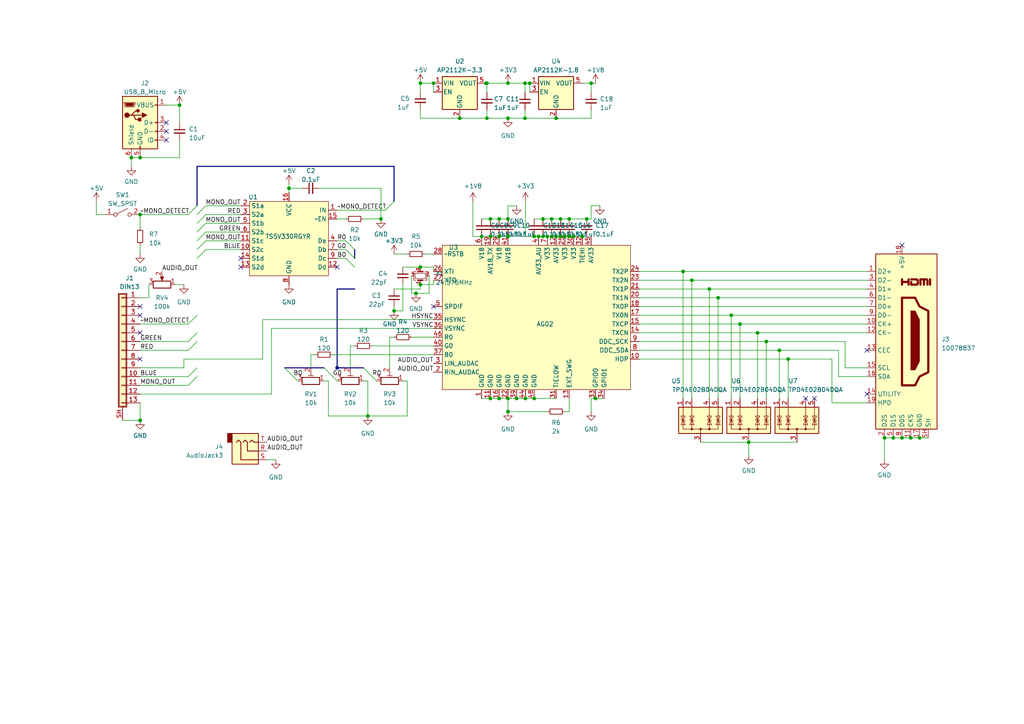
<source format=kicad_sch>
(kicad_sch (version 20210606) (generator eeschema)
  (paper "A4")
  (lib_symbols
    (symbol "Connector:AudioJack3"
      (property "Reference" "J" (at 0 8.89 0))
      (property "Value" "AudioJack3" (at 0 6.35 0))
      (symbol "AudioJack3_1_1"
        (pin passive line (at 5.08 0 180) (length 2.54) (name "~") (number "R"))
        (pin passive line (at 5.08 2.54 180) (length 2.54) (name "~") (number "S"))
        (pin passive line (at 5.08 -2.54 180) (length 2.54) (name "~") (number "T"))
      )
    )
    (symbol "Connector:HDMI_A"
      (property "Reference" "J" (at -6.35 26.67 0))
      (property "Value" "HDMI_A" (at 10.16 26.67 0))
      (symbol "HDMI_A_1_1"
        (pin passive line (at -10.16 20.32 0) (length 2.54) (name "D2+") (number "1"))
        (pin passive line (at -10.16 5.08 0) (length 2.54) (name "CK+") (number "10"))
        (pin power_in line (at 2.54 -27.94 90) (length 2.54) (name "CKS") (number "11"))
        (pin passive line (at -10.16 2.54 0) (length 2.54) (name "CK-") (number "12"))
        (pin bidirectional line (at -10.16 -2.54 0) (length 2.54) (name "CEC") (number "13"))
        (pin passive line (at -10.16 -15.24 0) (length 2.54) (name "UTILITY") (number "14"))
        (pin passive line (at -10.16 -7.62 0) (length 2.54) (name "SCL") (number "15"))
        (pin bidirectional line (at -10.16 -10.16 0) (length 2.54) (name "SDA") (number "16"))
        (pin power_in line (at 5.08 -27.94 90) (length 2.54) (name "GND") (number "17"))
        (pin power_in line (at 0 27.94 270) (length 2.54) (name "+5V") (number "18"))
        (pin passive line (at -10.16 -17.78 0) (length 2.54) (name "HPD") (number "19"))
        (pin power_in line (at -5.08 -27.94 90) (length 2.54) (name "D2S") (number "2"))
        (pin passive line (at -10.16 17.78 0) (length 2.54) (name "D2-") (number "3"))
        (pin passive line (at -10.16 15.24 0) (length 2.54) (name "D1+") (number "4"))
        (pin power_in line (at -2.54 -27.94 90) (length 2.54) (name "D1S") (number "5"))
        (pin passive line (at -10.16 12.7 0) (length 2.54) (name "D1-") (number "6"))
        (pin passive line (at -10.16 10.16 0) (length 2.54) (name "D0+") (number "7"))
        (pin power_in line (at 0 -27.94 90) (length 2.54) (name "D0S") (number "8"))
        (pin passive line (at -10.16 7.62 0) (length 2.54) (name "D0-") (number "9"))
        (pin passive line (at 7.62 -27.94 90) (length 2.54) (name "SH") (number "SH"))
      )
    )
    (symbol "Connector:USB_B_Micro" (pin_names (offset 1.016))
      (property "Reference" "J" (at -5.08 11.43 0))
      (property "Value" "USB_B_Micro" (at -5.08 8.89 0))
      (symbol "USB_B_Micro_1_1"
        (pin power_out line (at 7.62 5.08 180) (length 2.54) (name "VBUS") (number "1"))
        (pin bidirectional line (at 7.62 -2.54 180) (length 2.54) (name "D-") (number "2"))
        (pin bidirectional line (at 7.62 0 180) (length 2.54) (name "D+") (number "3"))
        (pin passive line (at 7.62 -5.08 180) (length 2.54) (name "ID") (number "4"))
        (pin power_out line (at 0 -10.16 90) (length 2.54) (name "GND") (number "5"))
        (pin passive line (at -2.54 -10.16 90) (length 2.54) (name "Shield") (number "6"))
      )
    )
    (symbol "Connector_Generic_Shielded:Conn_01x13_Shielded" (pin_names (offset 1.016) hide)
      (property "Reference" "J" (at 0.254 17.526 0))
      (property "Value" "Conn_01x13_Shielded" (at 1.016 -17.526 0))
      (symbol "Conn_01x13_Shielded_1_1"
        (pin passive line (at -5.08 15.24 0) (length 4.064) (name "Pin_1") (number "1"))
        (pin passive line (at -5.08 -7.62 0) (length 4.064) (name "Pin_10") (number "10"))
        (pin passive line (at -5.08 -10.16 0) (length 4.064) (name "Pin_11") (number "11"))
        (pin passive line (at -5.08 -12.7 0) (length 4.064) (name "Pin_12") (number "12"))
        (pin passive line (at -5.08 -15.24 0) (length 4.064) (name "Pin_13") (number "13"))
        (pin passive line (at -5.08 12.7 0) (length 4.064) (name "Pin_2") (number "2"))
        (pin passive line (at -5.08 10.16 0) (length 4.064) (name "Pin_3") (number "3"))
        (pin passive line (at -5.08 7.62 0) (length 4.064) (name "Pin_4") (number "4"))
        (pin passive line (at -5.08 5.08 0) (length 4.064) (name "Pin_5") (number "5"))
        (pin passive line (at -5.08 2.54 0) (length 4.064) (name "Pin_6") (number "6"))
        (pin passive line (at -5.08 0 0) (length 4.064) (name "Pin_7") (number "7"))
        (pin passive line (at -5.08 -2.54 0) (length 4.064) (name "Pin_8") (number "8"))
        (pin passive line (at -5.08 -5.08 0) (length 4.064) (name "Pin_9") (number "9"))
        (pin passive line (at 0 -20.32 90) (length 3.81) (name "Shield") (number "SH"))
      )
    )
    (symbol "Device:C_Small" (pin_numbers hide) (pin_names (offset 0.254) hide)
      (property "Reference" "C" (at 0.254 1.778 0))
      (property "Value" "C_Small" (at 0.254 -2.032 0))
      (symbol "C_Small_1_1"
        (pin passive line (at 0 2.54 270) (length 2.032) (name "~") (number "1"))
        (pin passive line (at 0 -2.54 90) (length 2.032) (name "~") (number "2"))
      )
    )
    (symbol "Device:Crystal_GND24_Small" (pin_names (offset 1.016) hide)
      (property "Reference" "Y" (at 1.27 4.445 0))
      (property "Value" "Crystal_GND24_Small" (at 1.27 2.54 0))
      (symbol "Crystal_GND24_Small_1_1"
        (pin passive line (at -2.54 0 0) (length 1.27) (name "1") (number "1"))
        (pin passive line (at 0 -2.54 90) (length 0.635) (name "2") (number "2"))
        (pin passive line (at 2.54 0 180) (length 1.27) (name "3") (number "3"))
        (pin passive line (at 0 2.54 270) (length 0.635) (name "4") (number "4"))
      )
    )
    (symbol "Device:R_Potentiometer" (pin_names (offset 1.016) hide)
      (property "Reference" "RV" (at -4.445 0 90))
      (property "Value" "R_Potentiometer" (at -2.54 0 90))
      (symbol "R_Potentiometer_1_1"
        (pin passive line (at 0 3.81 270) (length 1.27) (name "1") (number "1"))
        (pin passive line (at 3.81 0 180) (length 1.27) (name "2") (number "2"))
        (pin passive line (at 0 -3.81 90) (length 1.27) (name "3") (number "3"))
      )
    )
    (symbol "Device:R_Potentiometer_Trim" (pin_names (offset 1.016) hide)
      (property "Reference" "RV" (at -4.445 0 90))
      (property "Value" "R_Potentiometer_Trim" (at -2.54 0 90))
      (symbol "R_Potentiometer_Trim_1_1"
        (pin passive line (at 0 3.81 270) (length 1.27) (name "1") (number "1"))
        (pin passive line (at 3.81 0 180) (length 1.27) (name "2") (number "2"))
        (pin passive line (at 0 -3.81 90) (length 1.27) (name "3") (number "3"))
      )
    )
    (symbol "Device:R_Small" (pin_numbers hide) (pin_names (offset 0.254) hide)
      (property "Reference" "R" (at 0.762 0.508 0))
      (property "Value" "R_Small" (at 0.762 -1.016 0))
      (symbol "R_Small_1_1"
        (pin passive line (at 0 2.54 270) (length 0.762) (name "~") (number "1"))
        (pin passive line (at 0 -2.54 90) (length 0.762) (name "~") (number "2"))
      )
    )
    (symbol "Power_Protection:TPD4E02B04DQA" (pin_names hide)
      (property "Reference" "U" (at 7.62 3.81 0))
      (property "Value" "TPD4E02B04DQA" (at 7.62 1.905 0))
      (symbol "TPD4E02B04DQA_0_0"
        (pin passive line (at 0 -5.08 90) (length 2.54) (name "G") (number "3"))
      )
      (symbol "TPD4E02B04DQA_1_1"
        (pin passive line (at -5.08 7.62 270) (length 2.54) (name "IO1") (number "1"))
        (pin no_connect line (at -5.08 -2.54 90) (length 2.54) hide (name "NC") (number "10"))
        (pin passive line (at -2.54 7.62 270) (length 2.54) (name "IO2") (number "2"))
        (pin passive line (at 2.54 7.62 270) (length 2.54) (name "IO3") (number "4"))
        (pin passive line (at 5.08 7.62 270) (length 2.54) (name "IO4") (number "5"))
        (pin no_connect line (at 5.08 -2.54 90) (length 2.54) hide (name "NC") (number "6"))
        (pin no_connect line (at 2.54 -2.54 90) (length 2.54) hide (name "NC") (number "7"))
        (pin passive line (at 0 -5.08 90) (length 2.54) hide (name "G") (number "8"))
        (pin no_connect line (at -2.54 -2.54 90) (length 2.54) hide (name "NC") (number "9"))
      )
    )
    (symbol "Regulator_Linear:AP2112K-1.8" (pin_names (offset 0.254))
      (property "Reference" "U" (at -5.08 5.715 0))
      (property "Value" "AP2112K-1.8" (at 0 5.715 0))
      (symbol "AP2112K-1.8_1_1"
        (pin power_in line (at -7.62 2.54 0) (length 2.54) (name "VIN") (number "1"))
        (pin power_in line (at 0 -7.62 90) (length 2.54) (name "GND") (number "2"))
        (pin input line (at -7.62 0 0) (length 2.54) (name "EN") (number "3"))
        (pin no_connect line (at 5.08 0 180) (length 2.54) hide (name "NC") (number "4"))
        (pin power_out line (at 7.62 2.54 180) (length 2.54) (name "VOUT") (number "5"))
      )
    )
    (symbol "Regulator_Linear:AP2112K-3.3" (pin_names (offset 0.254))
      (property "Reference" "U" (at -5.08 5.715 0))
      (property "Value" "AP2112K-3.3" (at 0 5.715 0))
      (symbol "AP2112K-3.3_1_1"
        (pin power_in line (at -7.62 2.54 0) (length 2.54) (name "VIN") (number "1"))
        (pin power_in line (at 0 -7.62 90) (length 2.54) (name "GND") (number "2"))
        (pin input line (at -7.62 0 0) (length 2.54) (name "EN") (number "3"))
        (pin no_connect line (at 5.08 0 180) (length 2.54) hide (name "NC") (number "4"))
        (pin power_out line (at 7.62 2.54 180) (length 2.54) (name "VOUT") (number "5"))
      )
    )
    (symbol "Switch:SW_SPST" (pin_names (offset 0) hide)
      (property "Reference" "SW" (at 0 3.175 0))
      (property "Value" "SW_SPST" (at 0 -2.54 0))
      (symbol "SW_SPST_1_1"
        (pin passive line (at -5.08 0 0) (length 2.54) (name "A") (number "1"))
        (pin passive line (at 5.08 0 180) (length 2.54) (name "B") (number "2"))
      )
    )
    (symbol "parts:AG02"
      (property "Reference" "U" (at -29.845 -22.86 0))
      (property "Value" "AG02" (at -1.905 2.54 0))
      (symbol "AG02_1_1"
        (pin power_in line (at -17.78 -21.59 90) (length 2.54) (name "GND") (number "1"))
        (pin input line (at 27.94 -10.16 180) (length 2.54) (name "HDP") (number "10"))
        (pin power_in line (at -15.24 -21.59 90) (length 2.54) (name "GND") (number "11"))
        (pin power_in line (at 3.81 25.4 270) (length 2.54) (name "AV33") (number "12"))
        (pin bidirectional line (at 7.62 -21.59 90) (length 2.54) (name "EXT_SWG") (number "13"))
        (pin output line (at 27.94 -2.54 180) (length 2.54) (name "TXCN") (number "14"))
        (pin output line (at 27.94 0 180) (length 2.54) (name "TXCP") (number "15"))
        (pin power_in line (at -12.7 -21.59 90) (length 2.54) (name "GND") (number "16"))
        (pin output line (at 27.94 2.54 180) (length 2.54) (name "TX0N") (number "17"))
        (pin output line (at 27.94 5.08 180) (length 2.54) (name "TX0P") (number "18"))
        (pin power_in line (at -15.24 25.4 270) (length 2.54) (name "AV18_TX") (number "19"))
        (pin input line (at -31.75 -13.97 0) (length 2.54) (name "RIN_AUDAC") (number "2"))
        (pin output line (at 27.94 7.62 180) (length 2.54) (name "TX1N") (number "20"))
        (pin output line (at 27.94 10.16 180) (length 2.54) (name "TX1P") (number "21"))
        (pin power_in line (at -10.16 -21.59 90) (length 2.54) (name "GND") (number "22"))
        (pin output line (at 27.94 12.7 180) (length 2.54) (name "TX2N") (number "23"))
        (pin output line (at 27.94 15.24 180) (length 2.54) (name "TX2P") (number "24"))
        (pin power_in line (at 6.35 25.4 270) (length 2.54) (name "V33") (number "25"))
        (pin output line (at -31.75 15.24 0) (length 2.54) (name "XTI") (number "26"))
        (pin output line (at -31.75 12.7 0) (length 2.54) (name "XTO") (number "27"))
        (pin input line (at -31.75 20.32 0) (length 2.54) (name "~RSTB") (number "28"))
        (pin power_in line (at -12.7 25.4 270) (length 2.54) (name "V18") (number "29"))
        (pin input line (at -31.75 -11.43 0) (length 2.54) (name "LIN_AUDAC") (number "3"))
        (pin power_in line (at 8.89 25.4 270) (length 2.54) (name "V33") (number "30"))
        (pin input line (at 3.81 -21.59 90) (length 2.54) (name "TIELOW") (number "31"))
        (pin input line (at 11.43 25.4 270) (length 2.54) (name "TIEHI") (number "32"))
        (pin input line (at 15.24 -21.59 90) (length 2.54) (name "GPIO0") (number "33"))
        (pin input line (at 17.78 -21.59 90) (length 2.54) (name "GPIO1") (number "34"))
        (pin input line (at -31.75 1.27 0) (length 2.54) (name "HSYNC") (number "35"))
        (pin input line (at -31.75 -1.27 0) (length 2.54) (name "VSYNC") (number "36"))
        (pin input line (at -31.75 -8.89 0) (length 2.54) (name "B0") (number "37"))
        (pin no_connect line (at -27.94 -21.59 90) (length 2.54) hide (name "NC") (number "38"))
        (pin power_in line (at -7.62 -21.59 90) (length 2.54) (name "GND") (number "39"))
        (pin power_in line (at -1.27 25.4 270) (length 2.54) (name "AV33_AU") (number "4"))
        (pin input line (at -31.75 -6.35 0) (length 2.54) (name "G0") (number "40"))
        (pin power_in line (at -10.16 25.4 270) (length 2.54) (name "AV18") (number "41"))
        (pin no_connect line (at -25.4 -21.59 90) (length 2.54) hide (name "NC") (number "42"))
        (pin no_connect line (at -22.86 -21.59 90) (length 2.54) hide (name "NC") (number "43"))
        (pin power_in line (at -5.08 -21.59 90) (length 2.54) (name "GND") (number "44"))
        (pin power_in line (at 13.97 25.4 270) (length 2.54) (name "AV33") (number "45"))
        (pin input line (at -31.75 -3.81 0) (length 2.54) (name "R0") (number "46"))
        (pin no_connect line (at -20.32 -21.59 90) (length 2.54) hide (name "NC") (number "47"))
        (pin power_in line (at -2.54 -21.59 90) (length 2.54) (name "GND") (number "48"))
        (pin input line (at -31.75 5.08 0) (length 2.54) (name "SPDIF") (number "5"))
        (pin power_in line (at -17.78 25.4 270) (length 2.54) (name "V18") (number "6"))
        (pin power_in line (at 1.27 25.4 270) (length 2.54) (name "V33") (number "7"))
        (pin bidirectional line (at 27.94 -7.62 180) (length 2.54) (name "DDC_SDA") (number "8"))
        (pin bidirectional line (at 27.94 -5.08 180) (length 2.54) (name "DDC_SCK") (number "9"))
      )
    )
    (symbol "parts:TS5V330C"
      (property "Reference" "U" (at -10.16 11.43 0))
      (property "Value" "TS5V330C" (at 0 0 0))
      (symbol "TS5V330C_1_1"
        (pin input line (at -13.97 7.62 0) (length 2.54) (name "IN") (number "1"))
        (pin input line (at 13.97 -3.81 180) (length 2.54) (name "S2c") (number "10"))
        (pin input line (at 13.97 -1.27 180) (length 2.54) (name "S1c") (number "11"))
        (pin input line (at -13.97 -8.89 0) (length 2.54) (name "Dd") (number "12"))
        (pin input line (at 13.97 -8.89 180) (length 2.54) (name "S2d") (number "13"))
        (pin input line (at 13.97 -6.35 180) (length 2.54) (name "S1d") (number "14"))
        (pin input line (at -13.97 5.08 0) (length 2.54) (name "~EN") (number "15"))
        (pin power_in line (at 0 12.7 270) (length 2.54) (name "VCC") (number "16"))
        (pin input line (at 13.97 8.89 180) (length 2.54) (name "S1a") (number "2"))
        (pin input line (at 13.97 6.35 180) (length 2.54) (name "S2a") (number "3"))
        (pin input line (at -13.97 -1.27 0) (length 2.54) (name "Da") (number "4"))
        (pin input line (at 13.97 3.81 180) (length 2.54) (name "S1b") (number "5"))
        (pin input line (at 13.97 1.27 180) (length 2.54) (name "S2b") (number "6"))
        (pin input line (at -13.97 -3.81 0) (length 2.54) (name "Db") (number "7"))
        (pin power_in line (at 0 -13.97 90) (length 2.54) (name "GND") (number "8"))
        (pin input line (at -13.97 -6.35 0) (length 2.54) (name "Dc") (number "9"))
      )
    )
    (symbol "power:+1V8" (power) (pin_names (offset 0))
      (property "Value" "+1V8" (at 0 3.556 0))
      (symbol "+1V8_1_1"
        (pin power_in line (at 0 0 90) (length 0) hide (name "+1V8") (number "1"))
      )
    )
    (symbol "power:+3V3" (power) (pin_names (offset 0))
      (property "Value" "+3V3" (at 0 3.556 0))
      (symbol "+3V3_1_1"
        (pin power_in line (at 0 0 90) (length 0) hide (name "+3V3") (number "1"))
      )
    )
    (symbol "power:+5V" (power) (pin_names (offset 0))
      (property "Value" "+5V" (at 0 3.556 0))
      (symbol "+5V_1_1"
        (pin power_in line (at 0 0 90) (length 0) hide (name "+5V") (number "1"))
      )
    )
    (symbol "power:GND" (power) (pin_names (offset 0))
      (property "Value" "GND" (at 0 -3.81 0))
      (symbol "GND_1_1"
        (pin power_in line (at 0 0 270) (length 0) hide (name "GND") (number "1"))
      )
    )
  )
  (junction (at 38.1 45.72) (diameter 0.9144))
  (junction (at 40.64 45.72) (diameter 0.9144))
  (junction (at 40.64 62.23) (diameter 0.9144))
  (junction (at 40.64 121.92) (diameter 0.9144))
  (junction (at 52.07 30.48) (diameter 0.9144))
  (junction (at 83.82 54.61) (diameter 0.9144))
  (junction (at 106.68 120.65) (diameter 0.9144))
  (junction (at 110.49 63.5) (diameter 0.9144))
  (junction (at 114.3 90.17) (diameter 0.9144))
  (junction (at 120.65 85.09) (diameter 0.9144))
  (junction (at 121.92 24.13) (diameter 0.9144))
  (junction (at 121.92 77.47) (diameter 0.9144))
  (junction (at 121.92 82.55) (diameter 0.9144))
  (junction (at 125.73 24.13) (diameter 0.9144))
  (junction (at 133.35 34.29) (diameter 0.9144))
  (junction (at 139.7 68.58) (diameter 0.9144))
  (junction (at 140.97 24.13) (diameter 0.9144))
  (junction (at 141.224 24.13) (diameter 0.9144))
  (junction (at 141.224 34.29) (diameter 0.9144))
  (junction (at 142.24 63.5) (diameter 0.9144))
  (junction (at 142.24 68.58) (diameter 0.9144))
  (junction (at 142.24 115.57) (diameter 0.9144))
  (junction (at 144.78 63.5) (diameter 0.9144))
  (junction (at 144.78 68.58) (diameter 0.9144))
  (junction (at 144.78 115.57) (diameter 0.9144))
  (junction (at 147.32 24.13) (diameter 0.9144))
  (junction (at 147.32 34.29) (diameter 0.9144))
  (junction (at 147.32 63.5) (diameter 0.9144))
  (junction (at 147.32 68.58) (diameter 0.9144))
  (junction (at 147.32 115.57) (diameter 0.9144))
  (junction (at 147.32 119.38) (diameter 0.9144))
  (junction (at 149.86 115.57) (diameter 0.9144))
  (junction (at 152.273 24.13) (diameter 0.9144))
  (junction (at 152.273 34.29) (diameter 0.9144))
  (junction (at 152.4 115.57) (diameter 0.9144))
  (junction (at 153.67 24.13) (diameter 0.9144))
  (junction (at 154.94 68.58) (diameter 0.9144))
  (junction (at 154.94 115.57) (diameter 0.9144))
  (junction (at 156.21 68.58) (diameter 0.9144))
  (junction (at 157.48 63.5) (diameter 0.9144))
  (junction (at 157.48 68.58) (diameter 0.9144))
  (junction (at 158.75 68.58) (diameter 0.9144))
  (junction (at 160.02 63.5) (diameter 0.9144))
  (junction (at 160.02 68.58) (diameter 0.9144))
  (junction (at 161.29 34.29) (diameter 0.9144))
  (junction (at 161.29 68.58) (diameter 0.9144))
  (junction (at 162.56 63.5) (diameter 0.9144))
  (junction (at 162.56 68.58) (diameter 0.9144))
  (junction (at 163.83 68.58) (diameter 0.9144))
  (junction (at 165.1 63.5) (diameter 0.9144))
  (junction (at 165.1 68.58) (diameter 0.9144))
  (junction (at 166.37 68.58) (diameter 0.9144))
  (junction (at 168.91 68.58) (diameter 0.9144))
  (junction (at 170.18 63.5) (diameter 0.9144))
  (junction (at 171.45 24.13) (diameter 0.9144))
  (junction (at 172.72 115.57) (diameter 0.9144))
  (junction (at 198.12 78.74) (diameter 0.9144))
  (junction (at 200.66 81.28) (diameter 0.9144))
  (junction (at 205.74 83.82) (diameter 0.9144))
  (junction (at 208.28 86.36) (diameter 0.9144))
  (junction (at 212.09 91.44) (diameter 0.9144))
  (junction (at 214.63 93.98) (diameter 0.9144))
  (junction (at 217.17 128.27) (diameter 0.9144))
  (junction (at 219.71 96.52) (diameter 0.9144))
  (junction (at 222.25 99.06) (diameter 0.9144))
  (junction (at 226.06 101.6) (diameter 0.9144))
  (junction (at 228.6 104.14) (diameter 0.9144))
  (junction (at 256.54 127) (diameter 0.9144))
  (junction (at 259.08 127) (diameter 0.9144))
  (junction (at 261.62 127) (diameter 0.9144))
  (junction (at 264.16 127) (diameter 0.9144))
  (junction (at 266.7 127) (diameter 0.9144))
  (junction (at 97.79 106.68) (diameter 0.9144))
  (no_connect (at 40.64 88.9))
  (no_connect (at 40.64 91.44))
  (no_connect (at 40.64 96.52))
  (no_connect (at 40.64 104.14))
  (no_connect (at 48.26 35.56))
  (no_connect (at 48.26 38.1))
  (no_connect (at 48.26 40.64))
  (no_connect (at 69.85 74.93))
  (no_connect (at 69.85 77.47))
  (no_connect (at 97.79 77.47))
  (no_connect (at 125.73 88.9))
  (no_connect (at 233.68 115.57))
  (no_connect (at 236.22 115.57))
  (no_connect (at 251.46 101.6))
  (no_connect (at 251.46 114.3))
  (no_connect (at 261.62 71.12))
  (bus_entry (at 54.61 62.23) (size 2.54 -2.54) (stroke (width 0.1524)))
  (bus_entry (at 54.61 93.98) (size 2.54 -2.54) (stroke (width 0.1524)))
  (bus_entry (at 54.61 99.06) (size 2.54 -2.54) (stroke (width 0.1524)))
  (bus_entry (at 54.61 101.6) (size 2.54 -2.54) (stroke (width 0.1524)))
  (bus_entry (at 54.61 109.22) (size 2.54 -2.54) (stroke (width 0.1524)))
  (bus_entry (at 54.61 111.76) (size 2.54 -2.54) (stroke (width 0.1524)))
  (bus_entry (at 59.69 59.69) (size -2.54 2.54) (stroke (width 0.1524)))
  (bus_entry (at 59.69 62.23) (size -2.54 2.54) (stroke (width 0.1524)))
  (bus_entry (at 59.69 64.77) (size -2.54 2.54) (stroke (width 0.1524)))
  (bus_entry (at 59.69 67.31) (size -2.54 2.54) (stroke (width 0.1524)))
  (bus_entry (at 59.69 69.85) (size -2.54 2.54) (stroke (width 0.1524)))
  (bus_entry (at 59.69 72.39) (size -2.54 2.54) (stroke (width 0.1524)))
  (bus_entry (at 85.09 109.22) (size -2.54 -2.54) (stroke (width 0.1524)))
  (bus_entry (at 96.52 109.22) (size -2.54 -2.54) (stroke (width 0.1524)))
  (bus_entry (at 100.33 69.85) (size 2.54 2.54) (stroke (width 0.1524)))
  (bus_entry (at 100.33 72.39) (size 2.54 2.54) (stroke (width 0.1524)))
  (bus_entry (at 100.33 74.93) (size 2.54 2.54) (stroke (width 0.1524)))
  (bus_entry (at 107.95 109.22) (size -2.54 -2.54) (stroke (width 0.1524)))
  (bus_entry (at 111.76 60.96) (size 2.54 -2.54) (stroke (width 0.1524)))
  (wire (pts (xy 27.94 62.23) (xy 27.94 58.42)))
  (wire (pts (xy 30.48 62.23) (xy 27.94 62.23)))
  (wire (pts (xy 35.56 121.92) (xy 40.64 121.92)))
  (wire (pts (xy 38.1 45.72) (xy 38.1 48.26)))
  (wire (pts (xy 38.1 45.72) (xy 40.64 45.72)))
  (wire (pts (xy 40.64 45.72) (xy 52.07 45.72)))
  (wire (pts (xy 40.64 62.23) (xy 40.64 66.04)))
  (wire (pts (xy 40.64 62.23) (xy 54.61 62.23)))
  (wire (pts (xy 40.64 71.12) (xy 40.64 73.66)))
  (wire (pts (xy 40.64 86.36) (xy 43.18 86.36)))
  (wire (pts (xy 40.64 93.98) (xy 54.61 93.98)))
  (wire (pts (xy 40.64 99.06) (xy 54.61 99.06)))
  (wire (pts (xy 40.64 101.6) (xy 54.61 101.6)))
  (wire (pts (xy 40.64 106.68) (xy 53.34 106.68)))
  (wire (pts (xy 40.64 109.22) (xy 54.61 109.22)))
  (wire (pts (xy 40.64 111.76) (xy 54.61 111.76)))
  (wire (pts (xy 40.64 114.3) (xy 78.74 114.3)))
  (wire (pts (xy 40.64 116.84) (xy 40.64 121.92)))
  (wire (pts (xy 43.18 82.55) (xy 43.18 86.36)))
  (wire (pts (xy 48.26 30.48) (xy 52.07 30.48)))
  (wire (pts (xy 50.8 82.55) (xy 53.34 82.55)))
  (wire (pts (xy 52.07 30.48) (xy 52.07 35.56)))
  (wire (pts (xy 52.07 45.72) (xy 52.07 40.64)))
  (wire (pts (xy 53.34 104.14) (xy 76.2 104.14)))
  (wire (pts (xy 53.34 106.68) (xy 53.34 104.14)))
  (wire (pts (xy 59.69 59.69) (xy 69.85 59.69)))
  (wire (pts (xy 59.69 62.23) (xy 69.85 62.23)))
  (wire (pts (xy 59.69 64.77) (xy 69.85 64.77)))
  (wire (pts (xy 59.69 67.31) (xy 69.85 67.31)))
  (wire (pts (xy 59.69 69.85) (xy 69.85 69.85)))
  (wire (pts (xy 59.69 72.39) (xy 69.85 72.39)))
  (wire (pts (xy 76.2 92.71) (xy 125.73 92.71)))
  (wire (pts (xy 76.2 104.14) (xy 76.2 92.71)))
  (wire (pts (xy 77.47 133.35) (xy 80.01 133.35)))
  (wire (pts (xy 78.74 95.25) (xy 78.74 114.3)))
  (wire (pts (xy 83.82 53.34) (xy 83.82 54.61)))
  (wire (pts (xy 83.82 54.61) (xy 83.82 55.88)))
  (wire (pts (xy 83.82 54.61) (xy 87.63 54.61)))
  (wire (pts (xy 85.09 109.22) (xy 86.36 110.49)))
  (wire (pts (xy 90.17 102.87) (xy 91.44 102.87)))
  (wire (pts (xy 90.17 106.68) (xy 90.17 102.87)))
  (wire (pts (xy 92.71 54.61) (xy 110.49 54.61)))
  (wire (pts (xy 95.25 110.49) (xy 93.98 110.49)))
  (wire (pts (xy 95.25 120.65) (xy 95.25 110.49)))
  (wire (pts (xy 95.25 120.65) (xy 106.68 120.65)))
  (wire (pts (xy 96.52 102.87) (xy 125.73 102.87)))
  (wire (pts (xy 96.52 109.22) (xy 97.79 110.49)))
  (wire (pts (xy 97.79 60.96) (xy 111.76 60.96)))
  (wire (pts (xy 97.79 63.5) (xy 100.33 63.5)))
  (wire (pts (xy 97.79 69.85) (xy 100.33 69.85)))
  (wire (pts (xy 97.79 72.39) (xy 100.33 72.39)))
  (wire (pts (xy 97.79 74.93) (xy 100.33 74.93)))
  (wire (pts (xy 101.6 100.33) (xy 102.87 100.33)))
  (wire (pts (xy 101.6 106.68) (xy 101.6 100.33)))
  (wire (pts (xy 105.41 63.5) (xy 110.49 63.5)))
  (wire (pts (xy 106.68 110.49) (xy 105.41 110.49)))
  (wire (pts (xy 106.68 110.49) (xy 106.68 120.65)))
  (wire (pts (xy 106.68 120.65) (xy 118.11 120.65)))
  (wire (pts (xy 107.95 100.33) (xy 125.73 100.33)))
  (wire (pts (xy 107.95 109.22) (xy 109.22 110.49)))
  (wire (pts (xy 110.49 54.61) (xy 110.49 63.5)))
  (wire (pts (xy 113.03 97.79) (xy 114.3 97.79)))
  (wire (pts (xy 113.03 106.68) (xy 113.03 97.79)))
  (wire (pts (xy 114.3 73.66) (xy 118.11 73.66)))
  (wire (pts (xy 114.3 88.9) (xy 114.3 90.17)))
  (wire (pts (xy 114.3 90.17) (xy 116.84 90.17)))
  (wire (pts (xy 116.84 77.47) (xy 121.92 77.47)))
  (wire (pts (xy 116.84 82.55) (xy 116.84 90.17)))
  (wire (pts (xy 118.11 110.49) (xy 116.84 110.49)))
  (wire (pts (xy 118.11 120.65) (xy 118.11 110.49)))
  (wire (pts (xy 119.38 80.01) (xy 119.38 85.09)))
  (wire (pts (xy 119.38 85.09) (xy 120.65 85.09)))
  (wire (pts (xy 119.38 97.79) (xy 125.73 97.79)))
  (wire (pts (xy 120.65 85.09) (xy 124.46 85.09)))
  (wire (pts (xy 121.92 24.13) (xy 121.92 26.67)))
  (wire (pts (xy 121.92 24.13) (xy 125.73 24.13)))
  (wire (pts (xy 121.92 31.75) (xy 121.92 34.29)))
  (wire (pts (xy 121.92 34.29) (xy 133.35 34.29)))
  (wire (pts (xy 121.92 82.55) (xy 121.92 83.82)))
  (wire (pts (xy 121.92 83.82) (xy 114.3 83.82)))
  (wire (pts (xy 123.19 73.66) (xy 125.73 73.66)))
  (wire (pts (xy 124.46 80.01) (xy 124.46 85.09)))
  (wire (pts (xy 125.73 24.13) (xy 125.73 26.67)))
  (wire (pts (xy 125.73 77.47) (xy 121.92 77.47)))
  (wire (pts (xy 125.73 78.74) (xy 125.73 77.47)))
  (wire (pts (xy 125.73 81.28) (xy 125.73 82.55)))
  (wire (pts (xy 125.73 82.55) (xy 121.92 82.55)))
  (wire (pts (xy 125.73 95.25) (xy 78.74 95.25)))
  (wire (pts (xy 133.35 34.29) (xy 141.224 34.29)))
  (wire (pts (xy 137.16 68.58) (xy 137.16 58.42)))
  (wire (pts (xy 139.7 63.5) (xy 142.24 63.5)))
  (wire (pts (xy 139.7 68.58) (xy 137.16 68.58)))
  (wire (pts (xy 139.7 68.58) (xy 142.24 68.58)))
  (wire (pts (xy 139.7 115.57) (xy 142.24 115.57)))
  (wire (pts (xy 140.335 24.13) (xy 140.97 24.13)))
  (wire (pts (xy 140.97 24.13) (xy 141.224 24.13)))
  (wire (pts (xy 141.224 24.13) (xy 141.224 26.797)))
  (wire (pts (xy 141.224 24.13) (xy 147.32 24.13)))
  (wire (pts (xy 141.224 31.877) (xy 141.224 34.29)))
  (wire (pts (xy 141.224 34.29) (xy 147.32 34.29)))
  (wire (pts (xy 142.24 63.5) (xy 144.78 63.5)))
  (wire (pts (xy 142.24 68.58) (xy 144.78 68.58)))
  (wire (pts (xy 142.24 115.57) (xy 144.78 115.57)))
  (wire (pts (xy 144.78 63.5) (xy 147.32 63.5)))
  (wire (pts (xy 144.78 68.58) (xy 147.32 68.58)))
  (wire (pts (xy 144.78 115.57) (xy 147.32 115.57)))
  (wire (pts (xy 147.32 24.13) (xy 152.273 24.13)))
  (wire (pts (xy 147.32 34.29) (xy 152.273 34.29)))
  (wire (pts (xy 147.32 59.69) (xy 149.86 59.69)))
  (wire (pts (xy 147.32 63.5) (xy 147.32 59.69)))
  (wire (pts (xy 147.32 115.57) (xy 147.32 119.38)))
  (wire (pts (xy 147.32 115.57) (xy 149.86 115.57)))
  (wire (pts (xy 149.86 115.57) (xy 152.4 115.57)))
  (wire (pts (xy 152.273 24.13) (xy 152.273 26.797)))
  (wire (pts (xy 152.273 24.13) (xy 153.67 24.13)))
  (wire (pts (xy 152.273 31.877) (xy 152.273 34.29)))
  (wire (pts (xy 152.273 34.29) (xy 161.29 34.29)))
  (wire (pts (xy 152.4 68.58) (xy 152.4 58.42)))
  (wire (pts (xy 152.4 115.57) (xy 154.94 115.57)))
  (wire (pts (xy 153.67 24.13) (xy 153.67 26.67)))
  (wire (pts (xy 154.94 63.5) (xy 157.48 63.5)))
  (wire (pts (xy 154.94 68.58) (xy 152.4 68.58)))
  (wire (pts (xy 154.94 68.58) (xy 156.21 68.58)))
  (wire (pts (xy 154.94 115.57) (xy 161.29 115.57)))
  (wire (pts (xy 156.21 68.58) (xy 157.48 68.58)))
  (wire (pts (xy 157.48 63.5) (xy 160.02 63.5)))
  (wire (pts (xy 157.48 68.58) (xy 158.75 68.58)))
  (wire (pts (xy 158.75 68.58) (xy 160.02 68.58)))
  (wire (pts (xy 158.75 119.38) (xy 147.32 119.38)))
  (wire (pts (xy 160.02 63.5) (xy 162.56 63.5)))
  (wire (pts (xy 160.02 68.58) (xy 161.29 68.58)))
  (wire (pts (xy 161.29 68.58) (xy 162.56 68.58)))
  (wire (pts (xy 162.56 63.5) (xy 165.1 63.5)))
  (wire (pts (xy 162.56 68.58) (xy 163.83 68.58)))
  (wire (pts (xy 163.83 68.58) (xy 165.1 68.58)))
  (wire (pts (xy 163.83 119.38) (xy 165.1 119.38)))
  (wire (pts (xy 165.1 63.5) (xy 170.18 63.5)))
  (wire (pts (xy 165.1 68.58) (xy 166.37 68.58)))
  (wire (pts (xy 165.1 119.38) (xy 165.1 115.57)))
  (wire (pts (xy 166.37 68.58) (xy 168.91 68.58)))
  (wire (pts (xy 168.91 24.13) (xy 171.45 24.13)))
  (wire (pts (xy 168.91 68.58) (xy 170.18 68.58)))
  (wire (pts (xy 170.18 63.5) (xy 171.45 63.5)))
  (wire (pts (xy 171.45 24.13) (xy 171.45 26.797)))
  (wire (pts (xy 171.45 24.13) (xy 172.72 24.13)))
  (wire (pts (xy 171.45 31.877) (xy 171.45 34.29)))
  (wire (pts (xy 171.45 34.29) (xy 161.29 34.29)))
  (wire (pts (xy 171.45 59.69) (xy 173.99 59.69)))
  (wire (pts (xy 171.45 63.5) (xy 171.45 59.69)))
  (wire (pts (xy 171.45 115.57) (xy 171.45 119.38)))
  (wire (pts (xy 171.45 115.57) (xy 172.72 115.57)))
  (wire (pts (xy 172.72 115.57) (xy 175.26 115.57)))
  (wire (pts (xy 185.42 78.74) (xy 198.12 78.74)))
  (wire (pts (xy 185.42 81.28) (xy 200.66 81.28)))
  (wire (pts (xy 185.42 83.82) (xy 205.74 83.82)))
  (wire (pts (xy 185.42 86.36) (xy 208.28 86.36)))
  (wire (pts (xy 185.42 88.9) (xy 251.46 88.9)))
  (wire (pts (xy 185.42 91.44) (xy 212.09 91.44)))
  (wire (pts (xy 185.42 93.98) (xy 214.63 93.98)))
  (wire (pts (xy 185.42 96.52) (xy 219.71 96.52)))
  (wire (pts (xy 185.42 99.06) (xy 222.25 99.06)))
  (wire (pts (xy 185.42 101.6) (xy 226.06 101.6)))
  (wire (pts (xy 185.42 104.14) (xy 228.6 104.14)))
  (wire (pts (xy 198.12 78.74) (xy 198.12 115.57)))
  (wire (pts (xy 198.12 78.74) (xy 251.46 78.74)))
  (wire (pts (xy 200.66 81.28) (xy 200.66 115.57)))
  (wire (pts (xy 200.66 81.28) (xy 251.46 81.28)))
  (wire (pts (xy 203.2 128.27) (xy 217.17 128.27)))
  (wire (pts (xy 205.74 83.82) (xy 205.74 115.57)))
  (wire (pts (xy 205.74 83.82) (xy 251.46 83.82)))
  (wire (pts (xy 208.28 86.36) (xy 208.28 115.57)))
  (wire (pts (xy 208.28 86.36) (xy 251.46 86.36)))
  (wire (pts (xy 212.09 91.44) (xy 212.09 115.57)))
  (wire (pts (xy 212.09 91.44) (xy 251.46 91.44)))
  (wire (pts (xy 214.63 93.98) (xy 214.63 115.57)))
  (wire (pts (xy 214.63 93.98) (xy 251.46 93.98)))
  (wire (pts (xy 217.17 128.27) (xy 231.14 128.27)))
  (wire (pts (xy 217.17 132.08) (xy 217.17 128.27)))
  (wire (pts (xy 219.71 96.52) (xy 219.71 115.57)))
  (wire (pts (xy 219.71 96.52) (xy 251.46 96.52)))
  (wire (pts (xy 222.25 99.06) (xy 222.25 115.57)))
  (wire (pts (xy 222.25 99.06) (xy 245.11 99.06)))
  (wire (pts (xy 226.06 101.6) (xy 226.06 115.57)))
  (wire (pts (xy 226.06 101.6) (xy 243.205 101.6)))
  (wire (pts (xy 228.6 104.14) (xy 228.6 115.57)))
  (wire (pts (xy 228.6 104.14) (xy 241.3 104.14)))
  (wire (pts (xy 241.3 104.14) (xy 241.3 116.84)))
  (wire (pts (xy 241.3 116.84) (xy 251.46 116.84)))
  (wire (pts (xy 243.205 101.6) (xy 243.205 109.22)))
  (wire (pts (xy 243.205 109.22) (xy 251.46 109.22)))
  (wire (pts (xy 245.11 99.06) (xy 245.11 106.68)))
  (wire (pts (xy 245.11 106.68) (xy 251.46 106.68)))
  (wire (pts (xy 256.54 127) (xy 256.54 133.35)))
  (wire (pts (xy 256.54 127) (xy 259.08 127)))
  (wire (pts (xy 259.08 127) (xy 261.62 127)))
  (wire (pts (xy 261.62 127) (xy 264.16 127)))
  (wire (pts (xy 264.16 127) (xy 266.7 127)))
  (wire (pts (xy 266.7 127) (xy 269.24 127)))
  (bus (pts (xy 57.15 48.26) (xy 57.15 109.22)))
  (bus (pts (xy 57.15 48.26) (xy 114.3 48.26)))
  (bus (pts (xy 82.55 106.68) (xy 97.79 106.68)))
  (bus (pts (xy 97.79 83.82) (xy 97.79 106.68)))
  (bus (pts (xy 97.79 83.82) (xy 102.87 83.82)))
  (bus (pts (xy 97.79 106.68) (xy 105.41 106.68)))
  (bus (pts (xy 102.87 72.39) (xy 102.87 83.82)))
  (bus (pts (xy 114.3 48.26) (xy 114.3 58.42)))
  (label "~MONO_DETECT" (at 40.64 62.23 0))
  (label "~MONO_DETECT" (at 40.64 93.98 0))
  (label "GREEN" (at 40.64 99.06 0))
  (label "RED" (at 40.64 101.6 0))
  (label "BLUE" (at 40.64 109.22 0))
  (label "MONO_OUT" (at 40.64 111.76 0))
  (label "AUDIO_OUT" (at 46.99 78.74 0))
  (label "MONO_OUT" (at 69.85 59.69 180))
  (label "RED" (at 69.85 62.23 180))
  (label "MONO_OUT" (at 69.85 64.77 180))
  (label "GREEN" (at 69.85 67.31 180))
  (label "MONO_OUT" (at 69.85 69.85 180))
  (label "BLUE" (at 69.85 72.39 180))
  (label "AUDIO_OUT" (at 77.47 128.27 0))
  (label "AUDIO_OUT" (at 77.47 130.81 0))
  (label "B0" (at 85.09 109.22 0))
  (label "G0" (at 96.52 109.22 0))
  (label "~MONO_DETECT" (at 97.79 60.96 0))
  (label "R0" (at 97.79 69.85 0))
  (label "G0" (at 97.79 72.39 0))
  (label "B0" (at 97.79 74.93 0))
  (label "R0" (at 107.95 109.22 0))
  (label "HSYNC" (at 125.73 92.71 180))
  (label "VSYNC" (at 125.73 95.25 180))
  (label "AUDIO_OUT" (at 125.73 105.41 180))
  (label "AUDIO_OUT" (at 125.73 107.95 180))
  (symbol (lib_id "power:+5V") (at 27.94 58.42 0) (unit 1)
    (property "Reference" "#PWR0122" (effects hide))
    (property "Value" "+5V" (at 27.94 54.61 0))
  )
  (symbol (lib_id "power:+5V") (at 52.07 30.48 0) (unit 1)
    (property "Reference" "#PWR0103" (effects hide))
    (property "Value" "+5V" (at 52.07 26.67 0))
  )
  (symbol (lib_id "power:+5V") (at 83.82 53.34 0) (unit 1)
    (property "Reference" "#PWR0112" (effects hide))
    (property "Value" "+5V" (at 83.82 49.53 0))
  )
  (symbol (lib_id "power:+3V3") (at 114.3 73.66 0) (unit 1)
    (property "Reference" "#PWR0114" (effects hide))
    (property "Value" "+3V3" (at 114.3 69.85 0))
  )
  (symbol (lib_id "power:+5V") (at 121.92 24.13 0) (unit 1)
    (property "Reference" "#PWR0109" (effects hide))
    (property "Value" "+5V" (at 121.92 20.32 0))
  )
  (symbol (lib_id "power:+1V8") (at 137.16 58.42 0) (unit 1)
    (property "Reference" "#PWR0104" (effects hide))
    (property "Value" "+1V8" (at 137.16 53.975 0))
  )
  (symbol (lib_id "power:+3V3") (at 147.32 24.13 0) (unit 1)
    (property "Reference" "#PWR0107" (effects hide))
    (property "Value" "+3V3" (at 147.32 20.32 0))
  )
  (symbol (lib_id "power:+3V3") (at 152.4 58.42 0) (unit 1)
    (property "Reference" "#PWR0106" (effects hide))
    (property "Value" "+3V3" (at 152.4 53.975 0))
  )
  (symbol (lib_id "power:+1V8") (at 172.72 24.13 0) (unit 1)
    (property "Reference" "#PWR0123" (effects hide))
    (property "Value" "+1V8" (at 172.72 20.32 0))
  )
  (symbol (lib_id "power:GND") (at 38.1 48.26 0) (unit 1)
    (property "Reference" "#PWR0102" (effects hide))
    (property "Value" "GND" (at 38.1 52.705 0))
  )
  (symbol (lib_id "power:GND") (at 40.64 73.66 0) (unit 1)
    (property "Reference" "#PWR0118" (effects hide))
    (property "Value" "GND" (at 40.64 78.105 0))
  )
  (symbol (lib_id "power:GND") (at 40.64 121.92 0) (unit 1)
    (property "Reference" "#PWR0101" (effects hide))
    (property "Value" "GND" (at 40.64 126.365 0))
  )
  (symbol (lib_id "power:GND") (at 53.34 82.55 0) (unit 1)
    (property "Reference" "#PWR01" (effects hide))
    (property "Value" "GND" (at 53.34 87.63 0))
  )
  (symbol (lib_id "power:GND") (at 80.01 133.35 0) (unit 1)
    (property "Reference" "#PWR0125" (effects hide))
    (property "Value" "GND" (at 80.01 138.43 0))
  )
  (symbol (lib_id "power:GND") (at 83.82 82.55 0) (unit 1)
    (property "Reference" "#PWR0111" (effects hide))
    (property "Value" "GND" (at 83.82 87.63 0))
  )
  (symbol (lib_id "power:GND") (at 106.68 120.65 0) (unit 1)
    (property "Reference" "#PWR0117" (effects hide))
    (property "Value" "GND" (at 106.68 125.73 0))
  )
  (symbol (lib_id "power:GND") (at 110.49 63.5 0) (unit 1)
    (property "Reference" "#PWR0113" (effects hide))
    (property "Value" "GND" (at 110.49 67.945 0))
  )
  (symbol (lib_id "power:GND") (at 114.3 90.17 0) (unit 1)
    (property "Reference" "#PWR0110" (effects hide))
    (property "Value" "GND" (at 113.03 93.98 0))
  )
  (symbol (lib_id "power:GND") (at 120.65 85.09 0) (unit 1)
    (property "Reference" "#PWR0115" (effects hide))
    (property "Value" "GND" (at 120.65 89.535 0))
  )
  (symbol (lib_id "power:GND") (at 147.32 34.29 0) (unit 1)
    (property "Reference" "#PWR0108" (effects hide))
    (property "Value" "GND" (at 147.32 39.37 0))
  )
  (symbol (lib_id "power:GND") (at 147.32 119.38 0) (unit 1)
    (property "Reference" "#PWR0116" (effects hide))
    (property "Value" "GND" (at 147.32 124.46 0))
  )
  (symbol (lib_id "power:GND") (at 149.86 59.69 0) (unit 1)
    (property "Reference" "#PWR0105" (effects hide))
    (property "Value" "GND" (at 149.86 64.135 0))
  )
  (symbol (lib_id "power:GND") (at 171.45 119.38 0) (unit 1)
    (property "Reference" "#PWR0124" (effects hide))
    (property "Value" "GND" (at 171.45 124.46 0))
  )
  (symbol (lib_id "power:GND") (at 173.99 59.69 0) (unit 1)
    (property "Reference" "#PWR0119" (effects hide))
    (property "Value" "GND" (at 173.99 64.135 0))
  )
  (symbol (lib_id "power:GND") (at 217.17 132.08 0) (unit 1)
    (property "Reference" "#PWR0120" (effects hide))
    (property "Value" "GND" (at 217.17 136.525 0))
  )
  (symbol (lib_id "power:GND") (at 256.54 133.35 0) (unit 1)
    (property "Reference" "#PWR0121" (effects hide))
    (property "Value" "GND" (at 256.54 137.795 0))
  )
  (symbol (lib_id "Device:R_Small") (at 40.64 68.58 0) (unit 1)
    (property "Reference" "R7" (at 43.18 67.9449 0) (effects (justify left)))
    (property "Value" "10k" (at 43.18 70.4849 0) (effects (justify left)))
    (property "Footprint" "Resistor_SMD:R_0603_1608Metric" (effects hide))
  )
  (symbol (lib_id "Device:R_Small") (at 93.98 102.87 90) (unit 1)
    (property "Reference" "R1" (at 93.98 98.425 90))
    (property "Value" "120" (at 93.98 100.965 90))
    (property "Footprint" "Resistor_SMD:R_0603_1608Metric" (effects hide))
  )
  (symbol (lib_id "Device:R_Small") (at 102.87 63.5 90) (unit 1)
    (property "Reference" "R2" (at 102.87 66.675 90))
    (property "Value" "10k" (at 102.87 69.215 90))
    (property "Footprint" "Resistor_SMD:R_0603_1608Metric" (effects hide))
  )
  (symbol (lib_id "Device:R_Small") (at 105.41 100.33 90) (unit 1)
    (property "Reference" "R3" (at 105.41 95.885 90))
    (property "Value" "120" (at 105.41 98.425 90))
    (property "Footprint" "Resistor_SMD:R_0603_1608Metric" (effects hide))
  )
  (symbol (lib_id "Device:R_Small") (at 116.84 97.79 90) (unit 1)
    (property "Reference" "R4" (at 116.84 93.345 90))
    (property "Value" "120" (at 116.84 95.885 90))
    (property "Footprint" "Resistor_SMD:R_0603_1608Metric" (effects hide))
  )
  (symbol (lib_id "Device:R_Small") (at 120.65 73.66 90) (unit 1)
    (property "Reference" "R5" (at 120.65 68.58 90))
    (property "Value" "10k" (at 120.65 71.12 90))
    (property "Footprint" "Resistor_SMD:R_0603_1608Metric" (effects hide))
  )
  (symbol (lib_id "Device:R_Small") (at 161.29 119.38 270) (unit 1)
    (property "Reference" "R6" (at 161.29 122.555 90))
    (property "Value" "2k" (at 161.29 125.095 90))
    (property "Footprint" "Resistor_SMD:R_0603_1608Metric" (effects hide))
  )
  (symbol (lib_id "Device:C_Small") (at 52.07 38.1 0) (unit 1)
    (property "Reference" "C1" (at 54.737 37.4649 0) (effects (justify left)))
    (property "Value" "10uF" (at 54.737 40.0049 0) (effects (justify left)))
    (property "Footprint" "Capacitor_SMD:C_0603_1608Metric" (effects hide))
  )
  (symbol (lib_id "Device:C_Small") (at 90.17 54.61 90) (unit 1)
    (property "Reference" "C2" (at 90.17 49.53 90))
    (property "Value" "0.1uF" (at 90.17 52.07 90))
    (property "Footprint" "Capacitor_SMD:C_0603_1608Metric" (effects hide))
  )
  (symbol (lib_id "Device:C_Small") (at 114.3 86.36 0) (unit 1)
    (property "Reference" "C3" (at 110.49 85.7249 0) (effects (justify right)))
    (property "Value" "22pF" (at 111.76 88.2649 0) (effects (justify right)))
    (property "Footprint" "Capacitor_SMD:C_0603_1608Metric" (effects hide))
  )
  (symbol (lib_id "Device:C_Small") (at 116.84 80.01 0) (unit 1)
    (property "Reference" "C4" (at 112.395 79.3749 0) (effects (justify right)))
    (property "Value" "22pF" (at 112.395 81.9149 0) (effects (justify right)))
    (property "Footprint" "Capacitor_SMD:C_0603_1608Metric" (effects hide))
  )
  (symbol (lib_id "Device:C_Small") (at 121.92 29.21 0) (unit 1)
    (property "Reference" "C5" (at 118.872 28.5749 0) (effects (justify right)))
    (property "Value" "1uF" (at 118.872 31.1149 0) (effects (justify right)))
    (property "Footprint" "Capacitor_SMD:C_0603_1608Metric" (effects hide))
  )
  (symbol (lib_id "Device:C_Small") (at 139.7 66.04 180) (unit 1)
    (property "Reference" "C6" (at 142.24 65.4049 0) (effects (justify right)))
    (property "Value" "0.1uF" (at 142.24 67.9449 0) (effects (justify right)))
    (property "Footprint" "Capacitor_SMD:C_0603_1608Metric" (effects hide))
  )
  (symbol (lib_id "Device:C_Small") (at 141.224 29.337 0) (unit 1)
    (property "Reference" "C7" (at 143.256 28.7019 0) (effects (justify left)))
    (property "Value" "1uF" (at 143.256 31.2419 0) (effects (justify left)))
    (property "Footprint" "Capacitor_SMD:C_0603_1608Metric" (effects hide))
  )
  (symbol (lib_id "Device:C_Small") (at 142.24 66.04 180) (unit 1)
    (property "Reference" "C8" (at 144.78 65.4049 0) (effects (justify right)))
    (property "Value" "0.1uF" (at 144.78 67.9449 0) (effects (justify right)))
    (property "Footprint" "Capacitor_SMD:C_0603_1608Metric" (effects hide))
  )
  (symbol (lib_id "Device:C_Small") (at 144.78 66.04 180) (unit 1)
    (property "Reference" "C9" (at 147.32 65.4049 0) (effects (justify right)))
    (property "Value" "0.1uF" (at 147.32 67.9449 0) (effects (justify right)))
    (property "Footprint" "Capacitor_SMD:C_0603_1608Metric" (effects hide))
  )
  (symbol (lib_id "Device:C_Small") (at 147.32 66.04 180) (unit 1)
    (property "Reference" "C10" (at 149.86 65.4049 0) (effects (justify right)))
    (property "Value" "0.1uF" (at 149.86 67.9449 0) (effects (justify right)))
    (property "Footprint" "Capacitor_SMD:C_0603_1608Metric" (effects hide))
  )
  (symbol (lib_id "Device:C_Small") (at 152.273 29.337 0) (unit 1)
    (property "Reference" "C11" (at 150.622 28.7019 0) (effects (justify right)))
    (property "Value" "1uF" (at 150.622 31.2419 0) (effects (justify right)))
    (property "Footprint" "Capacitor_SMD:C_0603_1608Metric" (effects hide))
  )
  (symbol (lib_id "Device:C_Small") (at 154.94 66.04 180) (unit 1)
    (property "Reference" "C12" (at 157.48 65.4049 0) (effects (justify right)))
    (property "Value" "0.1uF" (at 157.48 67.9449 0) (effects (justify right)))
    (property "Footprint" "Capacitor_SMD:C_0603_1608Metric" (effects hide))
  )
  (symbol (lib_id "Device:C_Small") (at 157.48 66.04 180) (unit 1)
    (property "Reference" "C13" (at 160.02 65.4049 0) (effects (justify right)))
    (property "Value" "0.1uF" (at 160.02 67.9449 0) (effects (justify right)))
    (property "Footprint" "Capacitor_SMD:C_0603_1608Metric" (effects hide))
  )
  (symbol (lib_id "Device:C_Small") (at 160.02 66.04 180) (unit 1)
    (property "Reference" "C14" (at 162.56 65.4049 0) (effects (justify right)))
    (property "Value" "0.1uF" (at 162.56 67.9449 0) (effects (justify right)))
    (property "Footprint" "Capacitor_SMD:C_0603_1608Metric" (effects hide))
  )
  (symbol (lib_id "Device:C_Small") (at 162.56 66.04 180) (unit 1)
    (property "Reference" "C15" (at 165.1 65.4049 0) (effects (justify right)))
    (property "Value" "0.1uF" (at 165.1 67.9449 0) (effects (justify right)))
    (property "Footprint" "Capacitor_SMD:C_0603_1608Metric" (effects hide))
  )
  (symbol (lib_id "Device:C_Small") (at 165.1 66.04 180) (unit 1)
    (property "Reference" "C16" (at 167.64 65.4049 0) (effects (justify right)))
    (property "Value" "0.1uF" (at 167.64 67.9449 0) (effects (justify right)))
    (property "Footprint" "Capacitor_SMD:C_0603_1608Metric" (effects hide))
  )
  (symbol (lib_id "Device:C_Small") (at 170.18 66.04 180) (unit 1)
    (property "Reference" "C17" (at 172.72 65.4049 0) (effects (justify right)))
    (property "Value" "0.1uF" (at 172.72 67.9449 0) (effects (justify right)))
    (property "Footprint" "Capacitor_SMD:C_0603_1608Metric" (effects hide))
  )
  (symbol (lib_id "Device:C_Small") (at 171.45 29.337 0) (unit 1)
    (property "Reference" "C18" (at 173.99 28.7019 0) (effects (justify left)))
    (property "Value" "1uF" (at 173.99 31.2419 0) (effects (justify left)))
    (property "Footprint" "Capacitor_SMD:C_0603_1608Metric" (effects hide))
  )
  (symbol (lib_id "Switch:SW_SPST") (at 35.56 62.23 0) (unit 1)
    (property "Reference" "SW1" (at 35.56 56.515 0))
    (property "Value" "SW_SPST" (at 35.56 59.055 0))
    (property "Footprint" "Button_Switch_THT:SW_CuK_JS202011AQN_DPDT_Angled" (effects hide))
  )
  (symbol (lib_id "Device:Crystal_GND24_Small") (at 121.92 80.01 90) (unit 1)
    (property "Reference" "Y1" (at 126.365 79.3749 90) (effects (justify right)))
    (property "Value" "24.576MHz" (at 126.365 81.9149 90) (effects (justify right)))
    (property "Footprint" "Crystal:Crystal_SMD_5032-4Pin_5.0x3.2mm" (effects hide))
  )
  (symbol (lib_id "Device:R_Potentiometer") (at 46.99 82.55 270) (mirror x) (unit 1)
    (property "Reference" "RV4" (at 46.99 86.36 90))
    (property "Value" "100k" (at 46.99 88.9 90))
    (property "Footprint" "Potentiometer_THT:Potentiometer_Piher_PT-15-V02_Vertical" (effects hide))
  )
  (symbol (lib_id "Device:R_Potentiometer_Trim") (at 90.17 110.49 270) (mirror x) (unit 1)
    (property "Reference" "RV1" (at 90.17 114.3 90))
    (property "Value" "10k" (at 90.17 116.84 90))
    (property "Footprint" "Potentiometer_SMD:Potentiometer_Bourns_TC33X_Vertical" (effects hide))
  )
  (symbol (lib_id "Device:R_Potentiometer_Trim") (at 101.6 110.49 270) (mirror x) (unit 1)
    (property "Reference" "RV2" (at 101.6 114.3 90))
    (property "Value" "10k" (at 101.6 116.84 90))
    (property "Footprint" "Potentiometer_SMD:Potentiometer_Bourns_TC33X_Vertical" (effects hide))
  )
  (symbol (lib_id "Device:R_Potentiometer_Trim") (at 113.03 110.49 270) (mirror x) (unit 1)
    (property "Reference" "RV3" (at 113.03 114.3 90))
    (property "Value" "10k" (at 113.03 116.84 90))
    (property "Footprint" "Potentiometer_SMD:Potentiometer_Bourns_TC33X_Vertical" (effects hide))
  )
  (symbol (lib_id "Connector:AudioJack3") (at 72.39 130.81 0) (mirror x) (unit 1)
    (property "Reference" "J4" (at 64.77 129.5399 0) (effects (justify right)))
    (property "Value" "AudioJack3" (at 64.77 132.0799 0) (effects (justify right)))
    (property "Footprint" "Connector_Audio:Jack_3.5mm_CUI_SJ1-3533NG_Horizontal" (effects hide))
  )
  (symbol (lib_id "Power_Protection:TPD4E02B04DQA") (at 203.2 123.19 0) (unit 1)
    (property "Reference" "U5" (at 197.485 110.4899 0) (effects (justify right)))
    (property "Value" "TPD4E02B04DQA" (at 210.82 113.0299 0) (effects (justify right)))
    (property "Footprint" "Package_SON:USON-10_2.5x1.0mm_P0.5mm" (effects hide))
    (property "Datasheet" "http://www.ti.com/lit/ds/symlink/tpd4e02b04.pdf" (effects hide))
  )
  (symbol (lib_id "Power_Protection:TPD4E02B04DQA") (at 217.17 123.19 0) (unit 1)
    (property "Reference" "U6" (at 212.09 110.4899 0) (effects (justify left)))
    (property "Value" "TPD4E02B04DQA" (at 212.09 113.0299 0) (effects (justify left)))
    (property "Footprint" "Package_SON:USON-10_2.5x1.0mm_P0.5mm" (effects hide))
    (property "Datasheet" "http://www.ti.com/lit/ds/symlink/tpd4e02b04.pdf" (effects hide))
  )
  (symbol (lib_id "Power_Protection:TPD4E02B04DQA") (at 231.14 123.19 0) (unit 1)
    (property "Reference" "U7" (at 228.6 110.4899 0) (effects (justify left)))
    (property "Value" "TPD4E02B04DQA" (at 228.6 113.0299 0) (effects (justify left)))
    (property "Footprint" "Package_SON:USON-10_2.5x1.0mm_P0.5mm" (effects hide))
    (property "Datasheet" "http://www.ti.com/lit/ds/symlink/tpd4e02b04.pdf" (effects hide))
  )
  (symbol (lib_id "Regulator_Linear:AP2112K-3.3") (at 133.35 26.67 0) (unit 1)
    (property "Reference" "U2" (at 133.35 17.78 0))
    (property "Value" "AP2112K-3.3" (at 133.35 20.32 0))
    (property "Footprint" "Package_TO_SOT_SMD:SOT-23-5" (effects hide))
    (property "Datasheet" "https://www.diodes.com/assets/Datasheets/AP2112.pdf" (effects hide))
  )
  (symbol (lib_id "Regulator_Linear:AP2112K-1.8") (at 161.29 26.67 0) (unit 1)
    (property "Reference" "U4" (at 161.29 17.78 0))
    (property "Value" "AP2112K-1.8" (at 161.29 20.32 0))
    (property "Footprint" "Package_TO_SOT_SMD:SOT-23-5" (effects hide))
    (property "Datasheet" "https://www.diodes.com/assets/Datasheets/AP2112.pdf" (effects hide))
  )
  (symbol (lib_id "Connector:USB_B_Micro") (at 40.64 35.56 0) (unit 1)
    (property "Reference" "J2" (at 42.037 24.13 0))
    (property "Value" "USB_B_Micro" (at 42.037 26.67 0))
    (property "Footprint" "Connector_USB:USB_Micro-B_Wuerth_629105150521" (effects hide))
  )
  (symbol (lib_id "Connector_Generic_Shielded:Conn_01x13_Shielded") (at 35.56 101.6 0) (mirror y) (unit 1)
    (property "Reference" "J1" (at 37.6174 80.645 0))
    (property "Value" "DIN13" (at 37.6174 83.185 0))
    (property "Footprint" "parts:DIN13" (effects hide))
  )
  (symbol (lib_id "parts:TS5V330C") (at 83.82 68.58 0) (mirror y) (unit 1)
    (property "Reference" "U1" (at 73.406 57.15 0))
    (property "Value" "TS5V330RGYR" (at 83.566 68.58 0))
    (property "Footprint" "parts:TS5V330RGYR" (effects hide))
  )
  (symbol (lib_id "Connector:HDMI_A") (at 261.62 99.06 0) (unit 1)
    (property "Reference" "J3" (at 273.05 98.4249 0) (effects (justify left)))
    (property "Value" "10078837" (at 273.05 100.9649 0) (effects (justify left)))
    (property "Footprint" "parts:10078837-001LF" (effects hide))
    (property "Datasheet" "https://en.wikipedia.org/wiki/HDMI" (effects hide))
  )
  (symbol (lib_id "parts:AG02") (at 157.48 93.98 0) (unit 1)
    (property "Reference" "U3" (at 130.175 71.7549 0) (effects (justify left)))
    (property "Value" "AG02" (at 155.575 93.9799 0) (effects (justify left)))
    (property "Footprint" "Package_DFN_QFN:QFN-48-1EP_6x6mm_P0.4mm_EP4.2x4.2mm" (effects hide))
  )
)
</source>
